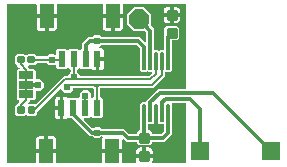
<source format=gbr>
G04 EAGLE Gerber RS-274X export*
G75*
%MOMM*%
%FSLAX34Y34*%
%LPD*%
%AMOC8*
5,1,8,0,0,1.08239X$1,22.5*%
G01*
%ADD10C,0.222250*%
%ADD11R,0.600000X1.350000*%
%ADD12R,1.200000X2.000000*%
%ADD13R,1.270000X0.635000*%
%ADD14C,0.203200*%
%ADD15C,0.317500*%
%ADD16C,0.150000*%
%ADD17P,1.814519X8X112.500000*%
%ADD18R,1.500000X1.500000*%
%ADD19C,0.609600*%
%ADD20C,0.304800*%

G36*
X83033Y5223D02*
X83033Y5223D01*
X83135Y5231D01*
X83163Y5243D01*
X83194Y5248D01*
X83286Y5292D01*
X83382Y5330D01*
X83405Y5350D01*
X83433Y5363D01*
X83508Y5433D01*
X83588Y5498D01*
X83605Y5524D01*
X83627Y5545D01*
X83678Y5634D01*
X83735Y5719D01*
X83741Y5743D01*
X83759Y5775D01*
X83817Y6035D01*
X83814Y6073D01*
X83819Y6096D01*
X83819Y13473D01*
X91471Y13473D01*
X91572Y13488D01*
X91675Y13497D01*
X91703Y13508D01*
X91734Y13513D01*
X91826Y13557D01*
X91921Y13596D01*
X91945Y13615D01*
X91973Y13628D01*
X92048Y13698D01*
X92128Y13763D01*
X92145Y13789D01*
X92167Y13810D01*
X92218Y13899D01*
X92275Y13984D01*
X92280Y14008D01*
X92299Y14040D01*
X92357Y14300D01*
X92354Y14338D01*
X92359Y14361D01*
X92359Y15251D01*
X92361Y15251D01*
X92361Y14361D01*
X92376Y14260D01*
X92385Y14157D01*
X92396Y14129D01*
X92401Y14098D01*
X92445Y14006D01*
X92484Y13911D01*
X92503Y13887D01*
X92516Y13859D01*
X92586Y13784D01*
X92651Y13704D01*
X92677Y13687D01*
X92698Y13665D01*
X92787Y13614D01*
X92872Y13557D01*
X92896Y13551D01*
X92929Y13533D01*
X93188Y13475D01*
X93226Y13478D01*
X93249Y13473D01*
X100901Y13473D01*
X100901Y6096D01*
X100916Y5994D01*
X100924Y5892D01*
X100936Y5864D01*
X100941Y5833D01*
X100985Y5741D01*
X101023Y5645D01*
X101043Y5622D01*
X101056Y5594D01*
X101126Y5519D01*
X101191Y5439D01*
X101217Y5422D01*
X101238Y5400D01*
X101327Y5349D01*
X101412Y5292D01*
X101436Y5286D01*
X101468Y5268D01*
X101728Y5210D01*
X101766Y5213D01*
X101789Y5208D01*
X138931Y5208D01*
X139033Y5223D01*
X139135Y5231D01*
X139163Y5243D01*
X139194Y5248D01*
X139286Y5292D01*
X139382Y5330D01*
X139405Y5350D01*
X139433Y5363D01*
X139508Y5433D01*
X139588Y5498D01*
X139605Y5524D01*
X139627Y5545D01*
X139678Y5634D01*
X139735Y5719D01*
X139741Y5743D01*
X139759Y5775D01*
X139817Y6035D01*
X139814Y6073D01*
X139819Y6096D01*
X139819Y13473D01*
X147471Y13473D01*
X147572Y13488D01*
X147675Y13497D01*
X147703Y13508D01*
X147734Y13513D01*
X147826Y13557D01*
X147921Y13596D01*
X147945Y13615D01*
X147973Y13628D01*
X148048Y13698D01*
X148128Y13763D01*
X148145Y13789D01*
X148167Y13810D01*
X148218Y13899D01*
X148275Y13984D01*
X148280Y14008D01*
X148299Y14040D01*
X148357Y14300D01*
X148354Y14338D01*
X148359Y14361D01*
X148359Y16139D01*
X148344Y16240D01*
X148335Y16343D01*
X148324Y16371D01*
X148319Y16402D01*
X148275Y16494D01*
X148236Y16589D01*
X148217Y16613D01*
X148204Y16641D01*
X148134Y16716D01*
X148069Y16796D01*
X148043Y16813D01*
X148022Y16835D01*
X147933Y16886D01*
X147848Y16943D01*
X147824Y16948D01*
X147791Y16967D01*
X147532Y17025D01*
X147494Y17022D01*
X147471Y17027D01*
X139819Y17027D01*
X139819Y25585D01*
X139992Y26231D01*
X140063Y26353D01*
X140088Y26417D01*
X140122Y26476D01*
X140136Y26540D01*
X140160Y26600D01*
X140165Y26669D01*
X140180Y26736D01*
X140175Y26801D01*
X140179Y26865D01*
X140164Y26932D01*
X140158Y27001D01*
X140134Y27061D01*
X140119Y27124D01*
X140085Y27184D01*
X140059Y27248D01*
X140018Y27298D01*
X139986Y27354D01*
X139935Y27401D01*
X139892Y27454D01*
X139838Y27490D01*
X139790Y27534D01*
X139728Y27563D01*
X139671Y27601D01*
X139626Y27611D01*
X139550Y27648D01*
X139502Y27654D01*
X139496Y27657D01*
X139455Y27661D01*
X139307Y27682D01*
X139294Y27685D01*
X139273Y27685D01*
X139253Y27682D01*
X139232Y27684D01*
X139121Y27662D01*
X139010Y27645D01*
X138992Y27636D01*
X138971Y27632D01*
X138932Y27608D01*
X138771Y27530D01*
X138689Y27453D01*
X138645Y27425D01*
X137381Y26161D01*
X133383Y26161D01*
X132119Y27425D01*
X132102Y27438D01*
X132089Y27454D01*
X131995Y27516D01*
X131905Y27583D01*
X131885Y27590D01*
X131868Y27601D01*
X131823Y27611D01*
X131654Y27670D01*
X131541Y27674D01*
X131491Y27685D01*
X129696Y27685D01*
X114170Y43211D01*
X114153Y43224D01*
X114140Y43240D01*
X114046Y43302D01*
X113956Y43369D01*
X113936Y43376D01*
X113919Y43387D01*
X113874Y43397D01*
X113705Y43456D01*
X113592Y43460D01*
X113542Y43471D01*
X111623Y43471D01*
X111527Y43568D01*
X111444Y43629D01*
X111366Y43695D01*
X111338Y43707D01*
X111313Y43725D01*
X111216Y43759D01*
X111122Y43799D01*
X111091Y43803D01*
X111062Y43813D01*
X110959Y43816D01*
X110857Y43827D01*
X110827Y43821D01*
X110796Y43822D01*
X110697Y43795D01*
X110596Y43775D01*
X110576Y43762D01*
X110540Y43752D01*
X110315Y43609D01*
X110291Y43580D01*
X110271Y43568D01*
X109920Y43217D01*
X109341Y42882D01*
X108695Y42709D01*
X106859Y42709D01*
X106859Y51389D01*
X106844Y51490D01*
X106836Y51593D01*
X106824Y51621D01*
X106819Y51652D01*
X106775Y51744D01*
X106737Y51839D01*
X106717Y51863D01*
X106704Y51891D01*
X106634Y51966D01*
X106608Y51997D01*
X106628Y52013D01*
X106645Y52039D01*
X106667Y52060D01*
X106718Y52149D01*
X106775Y52234D01*
X106781Y52258D01*
X106799Y52291D01*
X106857Y52550D01*
X106854Y52588D01*
X106859Y52611D01*
X106859Y61291D01*
X108695Y61291D01*
X109341Y61118D01*
X109920Y60783D01*
X110271Y60432D01*
X110353Y60372D01*
X110432Y60305D01*
X110460Y60293D01*
X110485Y60275D01*
X110581Y60241D01*
X110676Y60201D01*
X110707Y60197D01*
X110736Y60187D01*
X110838Y60184D01*
X110940Y60173D01*
X110971Y60179D01*
X111001Y60178D01*
X111100Y60205D01*
X111201Y60225D01*
X111221Y60238D01*
X111258Y60248D01*
X111482Y60391D01*
X111507Y60420D01*
X111527Y60432D01*
X111623Y60529D01*
X119097Y60529D01*
X119133Y60493D01*
X119174Y60462D01*
X119210Y60424D01*
X119281Y60383D01*
X119347Y60335D01*
X119396Y60318D01*
X119440Y60292D01*
X119520Y60274D01*
X119598Y60247D01*
X119650Y60246D01*
X119700Y60234D01*
X119782Y60241D01*
X119864Y60238D01*
X119913Y60252D01*
X119965Y60256D01*
X120041Y60287D01*
X120120Y60308D01*
X120164Y60336D01*
X120212Y60355D01*
X120275Y60407D01*
X120344Y60451D01*
X120378Y60490D01*
X120418Y60523D01*
X120463Y60591D01*
X120516Y60653D01*
X120537Y60701D01*
X120565Y60744D01*
X120577Y60794D01*
X120621Y60898D01*
X120638Y61067D01*
X120647Y61106D01*
X120647Y61110D01*
X120649Y61121D01*
X120649Y63975D01*
X123477Y66803D01*
X127475Y66803D01*
X130303Y63975D01*
X130303Y61353D01*
X130310Y61302D01*
X130309Y61250D01*
X130330Y61171D01*
X130343Y61090D01*
X130365Y61043D01*
X130379Y60993D01*
X130423Y60924D01*
X130458Y60851D01*
X130494Y60813D01*
X130521Y60769D01*
X130584Y60716D01*
X130640Y60656D01*
X130685Y60630D01*
X130724Y60597D01*
X130799Y60565D01*
X130870Y60524D01*
X130921Y60513D01*
X130968Y60493D01*
X131050Y60484D01*
X131130Y60466D01*
X131181Y60471D01*
X131233Y60465D01*
X131313Y60481D01*
X131395Y60488D01*
X131443Y60507D01*
X131494Y60518D01*
X131511Y60529D01*
X131677Y60529D01*
X131779Y60544D01*
X131881Y60552D01*
X131909Y60564D01*
X131940Y60569D01*
X132032Y60613D01*
X132128Y60651D01*
X132151Y60671D01*
X132179Y60684D01*
X132254Y60754D01*
X132334Y60819D01*
X132351Y60845D01*
X132373Y60866D01*
X132424Y60955D01*
X132481Y61040D01*
X132487Y61064D01*
X132505Y61096D01*
X132563Y61356D01*
X132560Y61394D01*
X132565Y61417D01*
X132565Y67945D01*
X132550Y68047D01*
X132542Y68149D01*
X132530Y68177D01*
X132525Y68208D01*
X132481Y68300D01*
X132443Y68396D01*
X132423Y68419D01*
X132410Y68447D01*
X132340Y68522D01*
X132275Y68602D01*
X132249Y68619D01*
X132228Y68641D01*
X132139Y68692D01*
X132054Y68749D01*
X132030Y68755D01*
X131998Y68773D01*
X131738Y68831D01*
X131700Y68828D01*
X131677Y68833D01*
X115951Y68833D01*
X115849Y68818D01*
X115747Y68810D01*
X115719Y68798D01*
X115688Y68793D01*
X115596Y68749D01*
X115500Y68711D01*
X115477Y68691D01*
X115449Y68678D01*
X115374Y68608D01*
X115294Y68543D01*
X115277Y68517D01*
X115255Y68496D01*
X115204Y68407D01*
X115147Y68322D01*
X115141Y68298D01*
X115123Y68266D01*
X115065Y68006D01*
X115068Y67968D01*
X115063Y67945D01*
X115063Y67343D01*
X112235Y64515D01*
X108237Y64515D01*
X105236Y67516D01*
X105154Y67577D01*
X105075Y67643D01*
X105047Y67655D01*
X105022Y67673D01*
X104925Y67707D01*
X104831Y67748D01*
X104800Y67751D01*
X104771Y67761D01*
X104669Y67764D01*
X104567Y67775D01*
X104536Y67769D01*
X104506Y67770D01*
X104407Y67743D01*
X104306Y67723D01*
X104286Y67710D01*
X104249Y67700D01*
X104025Y67557D01*
X104000Y67529D01*
X103980Y67516D01*
X85159Y48695D01*
X85146Y48678D01*
X85130Y48664D01*
X85068Y48571D01*
X85001Y48481D01*
X84994Y48461D01*
X84983Y48443D01*
X84973Y48399D01*
X84914Y48230D01*
X84910Y48117D01*
X84899Y48066D01*
X84899Y46976D01*
X82927Y45004D01*
X76963Y45004D01*
X76128Y45839D01*
X76045Y45900D01*
X75967Y45967D01*
X75939Y45979D01*
X75914Y45997D01*
X75817Y46031D01*
X75723Y46071D01*
X75692Y46074D01*
X75663Y46084D01*
X75561Y46088D01*
X75458Y46099D01*
X75428Y46093D01*
X75397Y46094D01*
X75298Y46067D01*
X75198Y46046D01*
X75178Y46034D01*
X75141Y46024D01*
X74917Y45881D01*
X74892Y45852D01*
X74872Y45839D01*
X74037Y45004D01*
X68073Y45004D01*
X66101Y46976D01*
X66101Y52940D01*
X68000Y54839D01*
X68013Y54856D01*
X68029Y54869D01*
X68091Y54962D01*
X68158Y55053D01*
X68165Y55072D01*
X68176Y55090D01*
X68186Y55134D01*
X68245Y55304D01*
X68249Y55416D01*
X68260Y55467D01*
X68260Y55703D01*
X69378Y56820D01*
X69408Y56861D01*
X69446Y56897D01*
X69487Y56968D01*
X69535Y57034D01*
X69552Y57083D01*
X69578Y57127D01*
X69596Y57207D01*
X69623Y57285D01*
X69624Y57337D01*
X69636Y57387D01*
X69629Y57469D01*
X69632Y57551D01*
X69618Y57600D01*
X69614Y57652D01*
X69584Y57728D01*
X69562Y57807D01*
X69534Y57851D01*
X69515Y57899D01*
X69463Y57962D01*
X69419Y58031D01*
X69380Y58065D01*
X69347Y58105D01*
X69279Y58150D01*
X69217Y58203D01*
X69169Y58224D01*
X69126Y58252D01*
X69076Y58264D01*
X68972Y58308D01*
X68794Y58326D01*
X68750Y58336D01*
X68343Y58336D01*
X67301Y59378D01*
X67301Y83458D01*
X68343Y84500D01*
X69170Y84500D01*
X69220Y84507D01*
X69272Y84506D01*
X69351Y84527D01*
X69432Y84540D01*
X69479Y84562D01*
X69529Y84576D01*
X69598Y84620D01*
X69672Y84655D01*
X69709Y84690D01*
X69753Y84718D01*
X69806Y84781D01*
X69866Y84837D01*
X69892Y84881D01*
X69925Y84921D01*
X69957Y84996D01*
X69998Y85067D01*
X70009Y85118D01*
X70029Y85165D01*
X70038Y85247D01*
X70056Y85327D01*
X70051Y85378D01*
X70057Y85430D01*
X70041Y85510D01*
X70034Y85592D01*
X70015Y85640D01*
X70005Y85690D01*
X69977Y85734D01*
X69935Y85839D01*
X69822Y85978D01*
X69798Y86016D01*
X68108Y87705D01*
X68035Y87857D01*
X67958Y87940D01*
X67930Y87983D01*
X66031Y89882D01*
X66031Y95846D01*
X68003Y97818D01*
X73967Y97818D01*
X74802Y96983D01*
X74885Y96922D01*
X74963Y96855D01*
X74991Y96843D01*
X75016Y96825D01*
X75113Y96791D01*
X75207Y96751D01*
X75238Y96748D01*
X75267Y96738D01*
X75370Y96734D01*
X75472Y96723D01*
X75502Y96729D01*
X75533Y96728D01*
X75632Y96755D01*
X75732Y96776D01*
X75753Y96788D01*
X75789Y96798D01*
X76013Y96941D01*
X76038Y96970D01*
X76058Y96983D01*
X76893Y97818D01*
X82857Y97818D01*
X84950Y95725D01*
X84967Y95712D01*
X84980Y95696D01*
X85073Y95634D01*
X85164Y95567D01*
X85183Y95560D01*
X85201Y95549D01*
X85245Y95539D01*
X85415Y95480D01*
X85527Y95476D01*
X85578Y95465D01*
X92645Y95465D01*
X92665Y95468D01*
X92686Y95466D01*
X92797Y95488D01*
X92908Y95505D01*
X92926Y95514D01*
X92947Y95518D01*
X92986Y95542D01*
X93147Y95620D01*
X93229Y95697D01*
X93273Y95725D01*
X95045Y97497D01*
X99043Y97497D01*
X99525Y97015D01*
X99566Y96985D01*
X99602Y96947D01*
X99673Y96906D01*
X99739Y96857D01*
X99788Y96840D01*
X99832Y96815D01*
X99912Y96797D01*
X99990Y96770D01*
X100042Y96768D01*
X100092Y96757D01*
X100174Y96764D01*
X100256Y96761D01*
X100305Y96774D01*
X100357Y96779D01*
X100433Y96809D01*
X100512Y96831D01*
X100556Y96858D01*
X100604Y96878D01*
X100667Y96929D01*
X100736Y96973D01*
X100770Y97013D01*
X100810Y97045D01*
X100855Y97114D01*
X100908Y97176D01*
X100929Y97223D01*
X100957Y97266D01*
X100969Y97317D01*
X101013Y97420D01*
X101031Y97599D01*
X101041Y97643D01*
X101041Y100587D01*
X102083Y101629D01*
X109557Y101629D01*
X110192Y100994D01*
X110274Y100933D01*
X110353Y100866D01*
X110381Y100854D01*
X110406Y100836D01*
X110503Y100802D01*
X110597Y100762D01*
X110628Y100759D01*
X110657Y100749D01*
X110759Y100745D01*
X110862Y100734D01*
X110892Y100740D01*
X110923Y100739D01*
X111022Y100766D01*
X111122Y100786D01*
X111142Y100799D01*
X111179Y100809D01*
X111403Y100952D01*
X111428Y100981D01*
X111448Y100994D01*
X112083Y101629D01*
X119557Y101629D01*
X120192Y100994D01*
X120275Y100933D01*
X120353Y100866D01*
X120381Y100854D01*
X120406Y100836D01*
X120503Y100802D01*
X120597Y100762D01*
X120628Y100759D01*
X120657Y100749D01*
X120760Y100745D01*
X120862Y100734D01*
X120892Y100740D01*
X120923Y100739D01*
X121022Y100766D01*
X121122Y100786D01*
X121143Y100799D01*
X121179Y100809D01*
X121403Y100952D01*
X121428Y100981D01*
X121448Y100994D01*
X122257Y101803D01*
X122270Y101819D01*
X122286Y101833D01*
X122348Y101927D01*
X122415Y102017D01*
X122422Y102036D01*
X122433Y102054D01*
X122443Y102099D01*
X122502Y102268D01*
X122506Y102380D01*
X122517Y102431D01*
X122517Y106188D01*
X126275Y109946D01*
X128470Y112141D01*
X131839Y112141D01*
X131859Y112144D01*
X131880Y112142D01*
X131991Y112164D01*
X132102Y112181D01*
X132120Y112190D01*
X132141Y112194D01*
X132180Y112218D01*
X132341Y112296D01*
X132423Y112373D01*
X132467Y112401D01*
X133731Y113665D01*
X137729Y113665D01*
X138993Y112401D01*
X139010Y112388D01*
X139023Y112372D01*
X139117Y112310D01*
X139207Y112243D01*
X139227Y112236D01*
X139244Y112225D01*
X139289Y112215D01*
X139458Y112156D01*
X139571Y112152D01*
X139621Y112141D01*
X171676Y112141D01*
X173871Y109946D01*
X175737Y108080D01*
X175778Y108049D01*
X175814Y108011D01*
X175885Y107971D01*
X175951Y107922D01*
X176000Y107905D01*
X176044Y107880D01*
X176124Y107862D01*
X176202Y107835D01*
X176254Y107833D01*
X176304Y107822D01*
X176386Y107828D01*
X176468Y107826D01*
X176517Y107839D01*
X176569Y107843D01*
X176645Y107874D01*
X176724Y107895D01*
X176768Y107923D01*
X176816Y107942D01*
X176879Y107994D01*
X176948Y108038D01*
X176982Y108077D01*
X177022Y108110D01*
X177067Y108178D01*
X177120Y108241D01*
X177141Y108288D01*
X177169Y108331D01*
X177181Y108381D01*
X177225Y108485D01*
X177243Y108663D01*
X177253Y108708D01*
X177253Y115650D01*
X177250Y115671D01*
X177252Y115692D01*
X177230Y115802D01*
X177213Y115913D01*
X177204Y115932D01*
X177200Y115952D01*
X177176Y115991D01*
X177098Y116152D01*
X177021Y116235D01*
X176993Y116278D01*
X176419Y116852D01*
X176337Y116913D01*
X176258Y116979D01*
X176230Y116991D01*
X176205Y117010D01*
X176108Y117043D01*
X176014Y117084D01*
X175984Y117087D01*
X175954Y117097D01*
X175852Y117100D01*
X175750Y117111D01*
X175719Y117105D01*
X175689Y117106D01*
X175590Y117079D01*
X175489Y117059D01*
X175469Y117046D01*
X175432Y117036D01*
X175208Y116894D01*
X175183Y116865D01*
X175163Y116852D01*
X175151Y116839D01*
X166733Y116839D01*
X160781Y122791D01*
X160781Y131209D01*
X166733Y137161D01*
X175151Y137161D01*
X181103Y131209D01*
X181103Y122791D01*
X181090Y122779D01*
X181029Y122696D01*
X180963Y122618D01*
X180951Y122590D01*
X180932Y122565D01*
X180899Y122468D01*
X180858Y122373D01*
X180855Y122343D01*
X180845Y122314D01*
X180842Y122211D01*
X180831Y122109D01*
X180837Y122079D01*
X180836Y122048D01*
X180863Y121949D01*
X180883Y121848D01*
X180896Y121828D01*
X180906Y121792D01*
X181048Y121567D01*
X181077Y121543D01*
X181090Y121523D01*
X181664Y120949D01*
X183859Y118754D01*
X183859Y101557D01*
X183874Y101455D01*
X183882Y101353D01*
X183894Y101325D01*
X183899Y101294D01*
X183943Y101202D01*
X183981Y101106D01*
X184001Y101083D01*
X184014Y101055D01*
X184084Y100980D01*
X184149Y100900D01*
X184175Y100883D01*
X184196Y100861D01*
X184285Y100810D01*
X184370Y100753D01*
X184394Y100747D01*
X184426Y100729D01*
X184686Y100671D01*
X184724Y100674D01*
X184747Y100669D01*
X187353Y100669D01*
X187428Y100594D01*
X187511Y100533D01*
X187589Y100467D01*
X187617Y100455D01*
X187642Y100437D01*
X187739Y100403D01*
X187833Y100362D01*
X187864Y100359D01*
X187893Y100349D01*
X187996Y100346D01*
X188098Y100335D01*
X188128Y100341D01*
X188159Y100340D01*
X188258Y100367D01*
X188358Y100387D01*
X188378Y100400D01*
X188415Y100410D01*
X188639Y100553D01*
X188664Y100581D01*
X188684Y100594D01*
X188759Y100669D01*
X191365Y100669D01*
X191467Y100684D01*
X191569Y100692D01*
X191597Y100704D01*
X191628Y100709D01*
X191720Y100753D01*
X191816Y100791D01*
X191839Y100811D01*
X191867Y100824D01*
X191942Y100894D01*
X192022Y100959D01*
X192039Y100985D01*
X192061Y101006D01*
X192112Y101095D01*
X192169Y101180D01*
X192175Y101204D01*
X192193Y101236D01*
X192251Y101496D01*
X192248Y101534D01*
X192253Y101557D01*
X192253Y113548D01*
X192256Y113551D01*
X192269Y113568D01*
X192285Y113581D01*
X192347Y113675D01*
X192414Y113765D01*
X192421Y113785D01*
X192432Y113802D01*
X192442Y113847D01*
X192501Y114016D01*
X192505Y114129D01*
X192516Y114179D01*
X192516Y119895D01*
X194209Y121588D01*
X203271Y121588D01*
X204964Y119895D01*
X204964Y110833D01*
X203271Y109140D01*
X199747Y109140D01*
X199645Y109125D01*
X199543Y109117D01*
X199515Y109105D01*
X199484Y109100D01*
X199392Y109056D01*
X199296Y109018D01*
X199273Y108998D01*
X199245Y108985D01*
X199170Y108915D01*
X199090Y108850D01*
X199073Y108824D01*
X199051Y108803D01*
X199000Y108714D01*
X198943Y108629D01*
X198937Y108605D01*
X198919Y108573D01*
X198861Y108313D01*
X198861Y108308D01*
X198861Y108306D01*
X198863Y108273D01*
X198859Y108252D01*
X198859Y90069D01*
X198850Y90043D01*
X198846Y89930D01*
X198835Y89880D01*
X198835Y84093D01*
X197353Y82611D01*
X194239Y82611D01*
X194137Y82596D01*
X194035Y82588D01*
X194007Y82576D01*
X193976Y82571D01*
X193884Y82527D01*
X193788Y82489D01*
X193765Y82469D01*
X193737Y82456D01*
X193662Y82386D01*
X193582Y82321D01*
X193565Y82295D01*
X193543Y82274D01*
X193492Y82185D01*
X193435Y82100D01*
X193429Y82076D01*
X193411Y82044D01*
X193353Y81784D01*
X193356Y81746D01*
X193351Y81723D01*
X193351Y78654D01*
X183530Y68833D01*
X139043Y68833D01*
X138941Y68818D01*
X138839Y68810D01*
X138811Y68798D01*
X138780Y68793D01*
X138688Y68749D01*
X138592Y68711D01*
X138569Y68691D01*
X138541Y68678D01*
X138466Y68608D01*
X138386Y68543D01*
X138369Y68517D01*
X138347Y68496D01*
X138296Y68407D01*
X138239Y68322D01*
X138233Y68298D01*
X138215Y68266D01*
X138157Y68006D01*
X138160Y67968D01*
X138155Y67945D01*
X138155Y61417D01*
X138170Y61315D01*
X138178Y61213D01*
X138190Y61185D01*
X138195Y61154D01*
X138239Y61062D01*
X138277Y60966D01*
X138297Y60943D01*
X138310Y60915D01*
X138380Y60840D01*
X138445Y60760D01*
X138471Y60743D01*
X138492Y60721D01*
X138581Y60670D01*
X138666Y60613D01*
X138690Y60607D01*
X138722Y60589D01*
X138982Y60531D01*
X139020Y60534D01*
X139043Y60529D01*
X139097Y60529D01*
X140139Y59487D01*
X140139Y44513D01*
X139097Y43471D01*
X131623Y43471D01*
X130988Y44106D01*
X130905Y44167D01*
X130827Y44234D01*
X130799Y44246D01*
X130774Y44264D01*
X130677Y44298D01*
X130583Y44338D01*
X130552Y44341D01*
X130523Y44351D01*
X130420Y44355D01*
X130318Y44366D01*
X130288Y44360D01*
X130257Y44361D01*
X130158Y44334D01*
X130058Y44314D01*
X130037Y44301D01*
X130001Y44291D01*
X129777Y44148D01*
X129752Y44119D01*
X129732Y44106D01*
X129097Y43471D01*
X125396Y43471D01*
X125345Y43464D01*
X125293Y43465D01*
X125214Y43444D01*
X125133Y43431D01*
X125087Y43409D01*
X125037Y43395D01*
X124968Y43351D01*
X124894Y43316D01*
X124856Y43281D01*
X124813Y43253D01*
X124759Y43190D01*
X124699Y43134D01*
X124674Y43090D01*
X124640Y43050D01*
X124608Y42975D01*
X124568Y42904D01*
X124556Y42853D01*
X124536Y42806D01*
X124528Y42724D01*
X124510Y42644D01*
X124514Y42593D01*
X124509Y42541D01*
X124525Y42461D01*
X124531Y42379D01*
X124551Y42331D01*
X124561Y42281D01*
X124588Y42237D01*
X124630Y42132D01*
X124743Y41993D01*
X124768Y41955D01*
X131517Y35205D01*
X131600Y35145D01*
X131678Y35078D01*
X131706Y35066D01*
X131731Y35048D01*
X131828Y35014D01*
X131923Y34974D01*
X131953Y34971D01*
X131982Y34960D01*
X132085Y34957D01*
X132187Y34946D01*
X132217Y34952D01*
X132248Y34951D01*
X132347Y34978D01*
X132448Y34998D01*
X132468Y35011D01*
X132504Y35021D01*
X132729Y35164D01*
X132753Y35193D01*
X132773Y35205D01*
X133383Y35815D01*
X137381Y35815D01*
X138645Y34551D01*
X138662Y34538D01*
X138675Y34522D01*
X138769Y34460D01*
X138859Y34393D01*
X138879Y34386D01*
X138896Y34375D01*
X138941Y34365D01*
X139110Y34306D01*
X139223Y34302D01*
X139273Y34291D01*
X158594Y34291D01*
X162722Y30163D01*
X162739Y30150D01*
X162752Y30134D01*
X162846Y30072D01*
X162936Y30005D01*
X162956Y29998D01*
X162973Y29987D01*
X163018Y29977D01*
X163187Y29918D01*
X163300Y29914D01*
X163350Y29903D01*
X168454Y29903D01*
X168556Y29918D01*
X168658Y29926D01*
X168686Y29938D01*
X168717Y29943D01*
X168809Y29987D01*
X168905Y30025D01*
X168928Y30045D01*
X168956Y30058D01*
X169031Y30128D01*
X169111Y30193D01*
X169128Y30219D01*
X169150Y30240D01*
X169201Y30329D01*
X169258Y30414D01*
X169264Y30438D01*
X169282Y30470D01*
X169340Y30730D01*
X169337Y30768D01*
X169342Y30791D01*
X169342Y31131D01*
X171035Y32824D01*
X171375Y32824D01*
X171477Y32839D01*
X171579Y32847D01*
X171607Y32859D01*
X171638Y32864D01*
X171730Y32908D01*
X171826Y32946D01*
X171849Y32966D01*
X171877Y32979D01*
X171952Y33049D01*
X172032Y33114D01*
X172049Y33140D01*
X172071Y33161D01*
X172122Y33250D01*
X172179Y33335D01*
X172185Y33359D01*
X172203Y33391D01*
X172261Y33651D01*
X172258Y33689D01*
X172263Y33712D01*
X172263Y45894D01*
X172260Y45915D01*
X172262Y45936D01*
X172253Y45981D01*
X172253Y49211D01*
X172262Y49237D01*
X172266Y49350D01*
X172277Y49400D01*
X172277Y55187D01*
X173759Y56669D01*
X176365Y56669D01*
X176467Y56684D01*
X176569Y56692D01*
X176597Y56704D01*
X176628Y56709D01*
X176720Y56753D01*
X176816Y56791D01*
X176839Y56811D01*
X176867Y56824D01*
X176942Y56894D01*
X177022Y56959D01*
X177039Y56985D01*
X177061Y57006D01*
X177112Y57095D01*
X177169Y57180D01*
X177175Y57204D01*
X177193Y57236D01*
X177251Y57496D01*
X177248Y57534D01*
X177253Y57557D01*
X177253Y57972D01*
X187100Y67819D01*
X210000Y67819D01*
X210102Y67834D01*
X210204Y67842D01*
X210232Y67854D01*
X210263Y67859D01*
X210355Y67903D01*
X210451Y67941D01*
X210474Y67961D01*
X210502Y67974D01*
X210577Y68044D01*
X210657Y68109D01*
X210674Y68135D01*
X210696Y68156D01*
X210747Y68245D01*
X210804Y68330D01*
X210810Y68354D01*
X210828Y68386D01*
X210886Y68646D01*
X210883Y68684D01*
X210888Y68707D01*
X210888Y139004D01*
X210873Y139106D01*
X210865Y139208D01*
X210853Y139236D01*
X210848Y139267D01*
X210804Y139359D01*
X210766Y139455D01*
X210746Y139478D01*
X210733Y139506D01*
X210663Y139581D01*
X210598Y139661D01*
X210572Y139678D01*
X210551Y139700D01*
X210462Y139751D01*
X210377Y139808D01*
X210353Y139814D01*
X210321Y139832D01*
X210061Y139890D01*
X210023Y139887D01*
X210000Y139892D01*
X158249Y139892D01*
X158147Y139877D01*
X158045Y139869D01*
X158017Y139857D01*
X157986Y139852D01*
X157894Y139808D01*
X157798Y139770D01*
X157775Y139750D01*
X157747Y139737D01*
X157672Y139667D01*
X157592Y139602D01*
X157575Y139576D01*
X157553Y139555D01*
X157502Y139466D01*
X157445Y139381D01*
X157439Y139357D01*
X157421Y139325D01*
X157363Y139065D01*
X157366Y139027D01*
X157361Y139004D01*
X157361Y131627D01*
X149709Y131627D01*
X149608Y131612D01*
X149505Y131603D01*
X149477Y131592D01*
X149446Y131587D01*
X149354Y131543D01*
X149259Y131504D01*
X149235Y131485D01*
X149207Y131472D01*
X149132Y131402D01*
X149052Y131337D01*
X149035Y131311D01*
X149013Y131290D01*
X148962Y131201D01*
X148905Y131116D01*
X148900Y131092D01*
X148881Y131059D01*
X148823Y130800D01*
X148826Y130762D01*
X148821Y130739D01*
X148821Y129849D01*
X148819Y129849D01*
X148819Y130739D01*
X148804Y130840D01*
X148795Y130943D01*
X148784Y130971D01*
X148779Y131002D01*
X148735Y131094D01*
X148696Y131189D01*
X148677Y131213D01*
X148664Y131241D01*
X148594Y131316D01*
X148529Y131396D01*
X148503Y131413D01*
X148482Y131435D01*
X148393Y131486D01*
X148308Y131543D01*
X148284Y131548D01*
X148251Y131567D01*
X147992Y131625D01*
X147954Y131622D01*
X147931Y131627D01*
X140279Y131627D01*
X140279Y139004D01*
X140264Y139106D01*
X140256Y139208D01*
X140244Y139236D01*
X140239Y139267D01*
X140195Y139359D01*
X140157Y139455D01*
X140137Y139478D01*
X140124Y139506D01*
X140054Y139581D01*
X139989Y139661D01*
X139963Y139678D01*
X139942Y139700D01*
X139853Y139751D01*
X139768Y139808D01*
X139744Y139814D01*
X139712Y139832D01*
X139452Y139890D01*
X139414Y139887D01*
X139391Y139892D01*
X102249Y139892D01*
X102147Y139877D01*
X102045Y139869D01*
X102017Y139857D01*
X101986Y139852D01*
X101894Y139808D01*
X101798Y139770D01*
X101775Y139750D01*
X101747Y139737D01*
X101672Y139667D01*
X101592Y139602D01*
X101575Y139576D01*
X101553Y139555D01*
X101502Y139466D01*
X101445Y139381D01*
X101439Y139357D01*
X101421Y139325D01*
X101363Y139065D01*
X101366Y139027D01*
X101361Y139004D01*
X101361Y131627D01*
X93709Y131627D01*
X93608Y131612D01*
X93505Y131603D01*
X93477Y131592D01*
X93446Y131587D01*
X93354Y131543D01*
X93259Y131504D01*
X93235Y131485D01*
X93207Y131472D01*
X93132Y131402D01*
X93052Y131337D01*
X93035Y131311D01*
X93013Y131290D01*
X92962Y131201D01*
X92905Y131116D01*
X92900Y131092D01*
X92881Y131059D01*
X92823Y130800D01*
X92826Y130762D01*
X92821Y130739D01*
X92821Y129849D01*
X92819Y129849D01*
X92819Y130739D01*
X92804Y130840D01*
X92795Y130943D01*
X92784Y130971D01*
X92779Y131002D01*
X92735Y131094D01*
X92696Y131189D01*
X92677Y131213D01*
X92664Y131241D01*
X92594Y131316D01*
X92529Y131396D01*
X92503Y131413D01*
X92482Y131435D01*
X92393Y131486D01*
X92308Y131543D01*
X92284Y131548D01*
X92251Y131567D01*
X91992Y131625D01*
X91954Y131622D01*
X91931Y131627D01*
X84279Y131627D01*
X84279Y139004D01*
X84264Y139106D01*
X84256Y139208D01*
X84244Y139236D01*
X84239Y139267D01*
X84195Y139359D01*
X84157Y139455D01*
X84137Y139478D01*
X84124Y139506D01*
X84054Y139581D01*
X83989Y139661D01*
X83963Y139678D01*
X83942Y139700D01*
X83853Y139751D01*
X83768Y139808D01*
X83744Y139814D01*
X83712Y139832D01*
X83452Y139890D01*
X83414Y139887D01*
X83391Y139892D01*
X60000Y139892D01*
X59898Y139877D01*
X59796Y139869D01*
X59768Y139857D01*
X59737Y139852D01*
X59645Y139808D01*
X59549Y139770D01*
X59526Y139750D01*
X59498Y139737D01*
X59423Y139667D01*
X59343Y139602D01*
X59326Y139576D01*
X59304Y139555D01*
X59253Y139466D01*
X59196Y139381D01*
X59190Y139357D01*
X59172Y139325D01*
X59114Y139065D01*
X59117Y139027D01*
X59112Y139004D01*
X59112Y6096D01*
X59127Y5994D01*
X59135Y5892D01*
X59147Y5864D01*
X59152Y5833D01*
X59196Y5741D01*
X59234Y5645D01*
X59254Y5622D01*
X59267Y5594D01*
X59337Y5519D01*
X59402Y5439D01*
X59428Y5422D01*
X59449Y5400D01*
X59538Y5349D01*
X59623Y5292D01*
X59647Y5286D01*
X59679Y5268D01*
X59939Y5210D01*
X59977Y5213D01*
X60000Y5208D01*
X82931Y5208D01*
X83033Y5223D01*
G37*
G36*
X168172Y5218D02*
X168172Y5218D01*
X168241Y5218D01*
X168303Y5238D01*
X168367Y5248D01*
X168429Y5277D01*
X168494Y5298D01*
X168548Y5335D01*
X168606Y5363D01*
X168656Y5410D01*
X168713Y5449D01*
X168753Y5500D01*
X168801Y5545D01*
X168835Y5604D01*
X168877Y5658D01*
X168900Y5719D01*
X168932Y5775D01*
X168947Y5842D01*
X168972Y5907D01*
X168976Y5972D01*
X168990Y6035D01*
X168985Y6103D01*
X168989Y6172D01*
X168976Y6215D01*
X168969Y6300D01*
X168877Y6527D01*
X168873Y6540D01*
X168829Y6617D01*
X168580Y7545D01*
X168580Y9583D01*
X174677Y9583D01*
X174778Y9598D01*
X174881Y9607D01*
X174909Y9618D01*
X174940Y9623D01*
X175032Y9667D01*
X175127Y9706D01*
X175151Y9725D01*
X175179Y9738D01*
X175254Y9808D01*
X175334Y9873D01*
X175351Y9899D01*
X175373Y9920D01*
X175424Y10009D01*
X175481Y10094D01*
X175486Y10118D01*
X175505Y10150D01*
X175563Y10410D01*
X175560Y10448D01*
X175565Y10471D01*
X175565Y11361D01*
X175567Y11361D01*
X175567Y10471D01*
X175582Y10370D01*
X175591Y10267D01*
X175602Y10239D01*
X175607Y10208D01*
X175651Y10116D01*
X175690Y10021D01*
X175709Y9997D01*
X175722Y9969D01*
X175792Y9894D01*
X175857Y9814D01*
X175883Y9797D01*
X175904Y9775D01*
X175993Y9724D01*
X176078Y9667D01*
X176102Y9661D01*
X176135Y9643D01*
X176394Y9585D01*
X176432Y9588D01*
X176455Y9583D01*
X182552Y9583D01*
X182552Y7545D01*
X182303Y6617D01*
X182259Y6540D01*
X182234Y6476D01*
X182200Y6417D01*
X182185Y6353D01*
X182162Y6293D01*
X182157Y6224D01*
X182142Y6157D01*
X182147Y6092D01*
X182142Y6028D01*
X182158Y5960D01*
X182163Y5892D01*
X182188Y5832D01*
X182202Y5769D01*
X182237Y5709D01*
X182262Y5645D01*
X182303Y5595D01*
X182336Y5539D01*
X182387Y5493D01*
X182430Y5439D01*
X182484Y5403D01*
X182532Y5359D01*
X182594Y5330D01*
X182651Y5292D01*
X182695Y5282D01*
X182772Y5245D01*
X183014Y5211D01*
X183028Y5208D01*
X210000Y5208D01*
X210102Y5223D01*
X210204Y5231D01*
X210232Y5243D01*
X210263Y5248D01*
X210355Y5292D01*
X210451Y5330D01*
X210474Y5350D01*
X210502Y5363D01*
X210577Y5433D01*
X210657Y5498D01*
X210674Y5524D01*
X210696Y5545D01*
X210747Y5634D01*
X210804Y5719D01*
X210810Y5743D01*
X210828Y5775D01*
X210886Y6035D01*
X210883Y6073D01*
X210888Y6096D01*
X210888Y55499D01*
X210873Y55601D01*
X210865Y55703D01*
X210853Y55731D01*
X210848Y55762D01*
X210804Y55854D01*
X210766Y55950D01*
X210746Y55973D01*
X210733Y56001D01*
X210663Y56076D01*
X210598Y56156D01*
X210572Y56173D01*
X210551Y56195D01*
X210462Y56246D01*
X210377Y56303D01*
X210353Y56309D01*
X210321Y56327D01*
X210061Y56385D01*
X210023Y56382D01*
X210000Y56387D01*
X199723Y56387D01*
X199621Y56372D01*
X199519Y56364D01*
X199491Y56352D01*
X199460Y56347D01*
X199368Y56303D01*
X199272Y56265D01*
X199249Y56245D01*
X199221Y56232D01*
X199146Y56162D01*
X199066Y56097D01*
X199049Y56071D01*
X199027Y56050D01*
X198976Y55961D01*
X198919Y55876D01*
X198913Y55852D01*
X198895Y55820D01*
X198837Y55560D01*
X198840Y55522D01*
X198835Y55499D01*
X198835Y49400D01*
X198838Y49379D01*
X198836Y49358D01*
X198858Y49248D01*
X198859Y49241D01*
X198859Y29596D01*
X192560Y23297D01*
X182678Y23297D01*
X182576Y23282D01*
X182474Y23274D01*
X182446Y23262D01*
X182415Y23257D01*
X182323Y23213D01*
X182227Y23175D01*
X182204Y23155D01*
X182176Y23142D01*
X182101Y23072D01*
X182021Y23007D01*
X182004Y22981D01*
X181982Y22960D01*
X181931Y22871D01*
X181874Y22786D01*
X181868Y22762D01*
X181850Y22730D01*
X181792Y22470D01*
X181795Y22432D01*
X181790Y22409D01*
X181790Y22069D01*
X180097Y20376D01*
X171035Y20376D01*
X169342Y22069D01*
X169342Y22409D01*
X169327Y22511D01*
X169319Y22613D01*
X169307Y22641D01*
X169302Y22672D01*
X169258Y22764D01*
X169220Y22860D01*
X169200Y22883D01*
X169187Y22911D01*
X169117Y22986D01*
X169052Y23066D01*
X169026Y23083D01*
X169005Y23105D01*
X168916Y23156D01*
X168831Y23213D01*
X168807Y23219D01*
X168775Y23237D01*
X168515Y23295D01*
X168477Y23292D01*
X168454Y23297D01*
X160246Y23297D01*
X158417Y25126D01*
X158376Y25157D01*
X158340Y25195D01*
X158269Y25235D01*
X158203Y25284D01*
X158154Y25301D01*
X158110Y25326D01*
X158030Y25344D01*
X157952Y25371D01*
X157900Y25373D01*
X157850Y25384D01*
X157768Y25378D01*
X157686Y25380D01*
X157637Y25367D01*
X157585Y25363D01*
X157509Y25332D01*
X157430Y25311D01*
X157386Y25283D01*
X157338Y25264D01*
X157275Y25212D01*
X157206Y25168D01*
X157172Y25129D01*
X157132Y25096D01*
X157087Y25028D01*
X157034Y24965D01*
X157013Y24918D01*
X156985Y24875D01*
X156973Y24825D01*
X156929Y24721D01*
X156911Y24543D01*
X156901Y24498D01*
X156901Y17027D01*
X149249Y17027D01*
X149148Y17012D01*
X149045Y17003D01*
X149017Y16992D01*
X148986Y16987D01*
X148894Y16943D01*
X148799Y16904D01*
X148775Y16885D01*
X148747Y16872D01*
X148672Y16802D01*
X148592Y16737D01*
X148575Y16711D01*
X148553Y16690D01*
X148502Y16601D01*
X148445Y16516D01*
X148440Y16492D01*
X148421Y16459D01*
X148363Y16200D01*
X148366Y16162D01*
X148361Y16139D01*
X148361Y14361D01*
X148376Y14260D01*
X148385Y14157D01*
X148396Y14129D01*
X148401Y14098D01*
X148445Y14006D01*
X148484Y13911D01*
X148503Y13887D01*
X148516Y13859D01*
X148586Y13784D01*
X148651Y13704D01*
X148677Y13687D01*
X148698Y13665D01*
X148787Y13614D01*
X148872Y13557D01*
X148896Y13551D01*
X148929Y13533D01*
X149188Y13475D01*
X149226Y13478D01*
X149249Y13473D01*
X156901Y13473D01*
X156901Y6096D01*
X156916Y5994D01*
X156924Y5892D01*
X156936Y5864D01*
X156941Y5833D01*
X156985Y5741D01*
X157023Y5645D01*
X157043Y5622D01*
X157056Y5594D01*
X157126Y5519D01*
X157191Y5439D01*
X157217Y5422D01*
X157238Y5400D01*
X157327Y5349D01*
X157412Y5292D01*
X157436Y5286D01*
X157468Y5268D01*
X157728Y5210D01*
X157766Y5213D01*
X157789Y5208D01*
X168104Y5208D01*
X168172Y5218D01*
G37*
G36*
X179089Y78744D02*
X179089Y78744D01*
X179110Y78742D01*
X179220Y78764D01*
X179331Y78781D01*
X179350Y78790D01*
X179371Y78794D01*
X179409Y78818D01*
X179571Y78896D01*
X179653Y78973D01*
X179697Y79001D01*
X181791Y81095D01*
X181821Y81136D01*
X181859Y81172D01*
X181900Y81243D01*
X181948Y81309D01*
X181965Y81358D01*
X181991Y81402D01*
X182009Y81482D01*
X182036Y81560D01*
X182037Y81612D01*
X182049Y81662D01*
X182042Y81744D01*
X182045Y81826D01*
X182031Y81875D01*
X182027Y81927D01*
X181997Y82003D01*
X181975Y82082D01*
X181947Y82126D01*
X181928Y82174D01*
X181876Y82237D01*
X181832Y82306D01*
X181793Y82340D01*
X181760Y82380D01*
X181692Y82425D01*
X181630Y82478D01*
X181582Y82499D01*
X181539Y82527D01*
X181489Y82539D01*
X181385Y82583D01*
X181207Y82601D01*
X181163Y82611D01*
X178759Y82611D01*
X178684Y82686D01*
X178602Y82747D01*
X178523Y82813D01*
X178495Y82825D01*
X178470Y82843D01*
X178373Y82877D01*
X178279Y82918D01*
X178248Y82921D01*
X178219Y82931D01*
X178117Y82934D01*
X178014Y82945D01*
X177984Y82939D01*
X177953Y82940D01*
X177855Y82913D01*
X177754Y82893D01*
X177733Y82880D01*
X177697Y82870D01*
X177473Y82728D01*
X177448Y82699D01*
X177428Y82686D01*
X177353Y82611D01*
X173759Y82611D01*
X172277Y84093D01*
X172277Y89880D01*
X172274Y89901D01*
X172276Y89922D01*
X172254Y90032D01*
X172253Y90039D01*
X172253Y101854D01*
X172250Y101875D01*
X172252Y101896D01*
X172230Y102006D01*
X172213Y102117D01*
X172204Y102136D01*
X172200Y102156D01*
X172176Y102195D01*
X172098Y102356D01*
X172021Y102439D01*
X171993Y102482D01*
X169200Y105275D01*
X169183Y105288D01*
X169170Y105304D01*
X169076Y105366D01*
X168986Y105433D01*
X168966Y105440D01*
X168949Y105451D01*
X168904Y105461D01*
X168735Y105520D01*
X168622Y105524D01*
X168572Y105535D01*
X139621Y105535D01*
X139601Y105532D01*
X139580Y105534D01*
X139469Y105512D01*
X139358Y105495D01*
X139340Y105486D01*
X139319Y105482D01*
X139280Y105458D01*
X139119Y105380D01*
X139037Y105303D01*
X138993Y105275D01*
X137625Y103907D01*
X137594Y103866D01*
X137557Y103830D01*
X137516Y103759D01*
X137467Y103693D01*
X137450Y103644D01*
X137425Y103600D01*
X137407Y103520D01*
X137380Y103442D01*
X137378Y103390D01*
X137367Y103340D01*
X137374Y103258D01*
X137371Y103176D01*
X137384Y103127D01*
X137389Y103075D01*
X137419Y102999D01*
X137441Y102920D01*
X137468Y102876D01*
X137488Y102828D01*
X137539Y102765D01*
X137583Y102696D01*
X137623Y102662D01*
X137655Y102622D01*
X137724Y102577D01*
X137786Y102524D01*
X137833Y102503D01*
X137876Y102475D01*
X137927Y102463D01*
X138030Y102419D01*
X138209Y102401D01*
X138253Y102391D01*
X139155Y102391D01*
X139801Y102218D01*
X140380Y101883D01*
X140853Y101410D01*
X141188Y100831D01*
X141361Y100185D01*
X141361Y94599D01*
X136431Y94599D01*
X136330Y94584D01*
X136227Y94576D01*
X136199Y94564D01*
X136168Y94559D01*
X136076Y94515D01*
X135981Y94477D01*
X135957Y94457D01*
X135929Y94444D01*
X135854Y94374D01*
X135774Y94309D01*
X135757Y94283D01*
X135735Y94262D01*
X135684Y94173D01*
X135627Y94088D01*
X135622Y94064D01*
X135603Y94032D01*
X135545Y93772D01*
X135548Y93734D01*
X135543Y93711D01*
X135543Y93377D01*
X135209Y93377D01*
X135107Y93362D01*
X135005Y93353D01*
X134977Y93342D01*
X134946Y93337D01*
X134854Y93293D01*
X134758Y93254D01*
X134735Y93235D01*
X134707Y93222D01*
X134632Y93151D01*
X134552Y93087D01*
X134535Y93061D01*
X134513Y93040D01*
X134462Y92951D01*
X134405Y92866D01*
X134399Y92842D01*
X134381Y92809D01*
X134323Y92550D01*
X134326Y92512D01*
X134321Y92489D01*
X134321Y83809D01*
X132485Y83809D01*
X131839Y83982D01*
X131260Y84317D01*
X130909Y84668D01*
X130826Y84729D01*
X130748Y84795D01*
X130720Y84807D01*
X130695Y84825D01*
X130598Y84859D01*
X130504Y84899D01*
X130473Y84903D01*
X130444Y84913D01*
X130342Y84916D01*
X130239Y84927D01*
X130209Y84921D01*
X130179Y84922D01*
X130079Y84895D01*
X129979Y84875D01*
X129959Y84862D01*
X129922Y84852D01*
X129698Y84709D01*
X129673Y84680D01*
X129653Y84668D01*
X129557Y84571D01*
X122083Y84571D01*
X121448Y85206D01*
X121366Y85267D01*
X121287Y85334D01*
X121259Y85346D01*
X121234Y85364D01*
X121137Y85398D01*
X121043Y85438D01*
X121012Y85441D01*
X120983Y85451D01*
X120881Y85455D01*
X120778Y85466D01*
X120748Y85460D01*
X120717Y85461D01*
X120618Y85434D01*
X120518Y85414D01*
X120498Y85401D01*
X120461Y85391D01*
X120237Y85248D01*
X120212Y85219D01*
X120192Y85206D01*
X119557Y84571D01*
X119503Y84571D01*
X119401Y84556D01*
X119299Y84548D01*
X119271Y84536D01*
X119240Y84531D01*
X119148Y84487D01*
X119052Y84449D01*
X119029Y84429D01*
X119001Y84416D01*
X118926Y84346D01*
X118846Y84281D01*
X118829Y84255D01*
X118807Y84234D01*
X118756Y84145D01*
X118699Y84060D01*
X118693Y84036D01*
X118675Y84004D01*
X118617Y83744D01*
X118620Y83706D01*
X118615Y83683D01*
X118615Y82373D01*
X118618Y82353D01*
X118616Y82332D01*
X118638Y82221D01*
X118655Y82110D01*
X118664Y82092D01*
X118668Y82071D01*
X118692Y82032D01*
X118770Y81871D01*
X118847Y81789D01*
X118875Y81745D01*
X120647Y79973D01*
X120647Y79629D01*
X120662Y79527D01*
X120670Y79425D01*
X120682Y79397D01*
X120687Y79366D01*
X120731Y79274D01*
X120769Y79178D01*
X120789Y79155D01*
X120802Y79127D01*
X120872Y79052D01*
X120937Y78972D01*
X120963Y78955D01*
X120984Y78933D01*
X121073Y78882D01*
X121158Y78825D01*
X121182Y78819D01*
X121214Y78801D01*
X121474Y78743D01*
X121512Y78746D01*
X121535Y78741D01*
X179068Y78741D01*
X179089Y78744D01*
G37*
G36*
X83124Y54915D02*
X83124Y54915D01*
X83145Y54913D01*
X83255Y54935D01*
X83366Y54952D01*
X83385Y54961D01*
X83406Y54965D01*
X83444Y54989D01*
X83606Y55067D01*
X83688Y55144D01*
X83732Y55172D01*
X107300Y78741D01*
X110105Y78741D01*
X110207Y78756D01*
X110309Y78764D01*
X110337Y78776D01*
X110368Y78781D01*
X110460Y78825D01*
X110556Y78863D01*
X110579Y78883D01*
X110607Y78896D01*
X110682Y78966D01*
X110762Y79031D01*
X110779Y79057D01*
X110801Y79078D01*
X110852Y79167D01*
X110909Y79252D01*
X110915Y79276D01*
X110933Y79308D01*
X110991Y79568D01*
X110988Y79606D01*
X110993Y79629D01*
X110993Y79973D01*
X112765Y81745D01*
X112778Y81762D01*
X112794Y81775D01*
X112856Y81869D01*
X112923Y81959D01*
X112930Y81979D01*
X112941Y81996D01*
X112951Y82041D01*
X113010Y82210D01*
X113014Y82323D01*
X113025Y82373D01*
X113025Y83683D01*
X113010Y83785D01*
X113002Y83887D01*
X112990Y83915D01*
X112985Y83946D01*
X112941Y84038D01*
X112903Y84134D01*
X112883Y84157D01*
X112870Y84185D01*
X112800Y84260D01*
X112735Y84340D01*
X112709Y84357D01*
X112688Y84379D01*
X112599Y84430D01*
X112514Y84487D01*
X112490Y84493D01*
X112458Y84511D01*
X112198Y84569D01*
X112160Y84566D01*
X112137Y84571D01*
X112083Y84571D01*
X111448Y85206D01*
X111365Y85267D01*
X111287Y85334D01*
X111259Y85346D01*
X111234Y85364D01*
X111137Y85398D01*
X111043Y85438D01*
X111012Y85441D01*
X110983Y85451D01*
X110880Y85455D01*
X110778Y85466D01*
X110748Y85460D01*
X110717Y85461D01*
X110618Y85434D01*
X110518Y85414D01*
X110497Y85401D01*
X110461Y85391D01*
X110237Y85248D01*
X110212Y85219D01*
X110192Y85206D01*
X109557Y84571D01*
X102083Y84571D01*
X101041Y85613D01*
X101041Y87697D01*
X101034Y87748D01*
X101035Y87799D01*
X101014Y87879D01*
X101001Y87960D01*
X100979Y88006D01*
X100965Y88056D01*
X100921Y88125D01*
X100886Y88199D01*
X100850Y88237D01*
X100823Y88280D01*
X100760Y88333D01*
X100704Y88393D01*
X100660Y88419D01*
X100620Y88452D01*
X100545Y88485D01*
X100474Y88525D01*
X100423Y88536D01*
X100376Y88557D01*
X100294Y88565D01*
X100214Y88583D01*
X100163Y88579D01*
X100111Y88584D01*
X100031Y88568D01*
X99949Y88561D01*
X99901Y88542D01*
X99851Y88532D01*
X99807Y88504D01*
X99702Y88462D01*
X99563Y88349D01*
X99525Y88325D01*
X99043Y87843D01*
X95045Y87843D01*
X93273Y89615D01*
X93256Y89628D01*
X93243Y89644D01*
X93149Y89706D01*
X93059Y89773D01*
X93039Y89780D01*
X93022Y89791D01*
X92977Y89801D01*
X92808Y89860D01*
X92695Y89864D01*
X92645Y89875D01*
X85190Y89875D01*
X85169Y89872D01*
X85148Y89874D01*
X85038Y89852D01*
X84927Y89835D01*
X84908Y89826D01*
X84887Y89822D01*
X84849Y89798D01*
X84688Y89720D01*
X84605Y89643D01*
X84562Y89615D01*
X82857Y87910D01*
X77952Y87910D01*
X77901Y87903D01*
X77850Y87904D01*
X77771Y87883D01*
X77690Y87870D01*
X77643Y87848D01*
X77593Y87834D01*
X77524Y87790D01*
X77450Y87755D01*
X77413Y87720D01*
X77369Y87692D01*
X77316Y87629D01*
X77256Y87573D01*
X77230Y87529D01*
X77197Y87489D01*
X77165Y87414D01*
X77124Y87343D01*
X77113Y87292D01*
X77093Y87245D01*
X77084Y87163D01*
X77066Y87083D01*
X77071Y87032D01*
X77065Y86980D01*
X77081Y86900D01*
X77088Y86818D01*
X77107Y86770D01*
X77117Y86720D01*
X77145Y86676D01*
X77187Y86571D01*
X77300Y86432D01*
X77324Y86394D01*
X78225Y85494D01*
X78225Y85388D01*
X78240Y85286D01*
X78248Y85184D01*
X78260Y85156D01*
X78265Y85125D01*
X78309Y85033D01*
X78347Y84937D01*
X78367Y84914D01*
X78380Y84886D01*
X78450Y84811D01*
X78515Y84731D01*
X78541Y84714D01*
X78562Y84692D01*
X78651Y84641D01*
X78736Y84584D01*
X78760Y84578D01*
X78792Y84560D01*
X79052Y84502D01*
X79090Y84505D01*
X79113Y84500D01*
X82517Y84500D01*
X83559Y83458D01*
X83559Y77089D01*
X83574Y76987D01*
X83582Y76885D01*
X83594Y76857D01*
X83599Y76826D01*
X83643Y76734D01*
X83681Y76638D01*
X83701Y76615D01*
X83714Y76587D01*
X83784Y76512D01*
X83849Y76432D01*
X83875Y76415D01*
X83896Y76393D01*
X83985Y76342D01*
X84070Y76285D01*
X84094Y76279D01*
X84126Y76261D01*
X84386Y76203D01*
X84424Y76206D01*
X84447Y76201D01*
X87343Y76201D01*
X90171Y73373D01*
X90171Y69375D01*
X87343Y66547D01*
X84447Y66547D01*
X84345Y66532D01*
X84243Y66524D01*
X84215Y66512D01*
X84184Y66507D01*
X84092Y66463D01*
X83996Y66425D01*
X83973Y66405D01*
X83945Y66392D01*
X83870Y66322D01*
X83790Y66257D01*
X83773Y66231D01*
X83751Y66210D01*
X83700Y66121D01*
X83643Y66036D01*
X83637Y66012D01*
X83619Y65980D01*
X83561Y65720D01*
X83564Y65683D01*
X83561Y65670D01*
X83561Y65669D01*
X83559Y65659D01*
X83559Y59378D01*
X82517Y58336D01*
X79113Y58336D01*
X79011Y58321D01*
X78909Y58313D01*
X78881Y58301D01*
X78850Y58296D01*
X78758Y58252D01*
X78662Y58214D01*
X78639Y58194D01*
X78611Y58181D01*
X78536Y58111D01*
X78456Y58046D01*
X78439Y58020D01*
X78417Y57999D01*
X78366Y57910D01*
X78352Y57889D01*
X76890Y56428D01*
X76866Y56395D01*
X76860Y56389D01*
X76857Y56384D01*
X76822Y56351D01*
X76781Y56280D01*
X76733Y56214D01*
X76716Y56165D01*
X76690Y56121D01*
X76672Y56041D01*
X76645Y55963D01*
X76644Y55911D01*
X76632Y55861D01*
X76639Y55779D01*
X76636Y55697D01*
X76650Y55648D01*
X76654Y55596D01*
X76684Y55520D01*
X76706Y55441D01*
X76734Y55397D01*
X76753Y55349D01*
X76805Y55286D01*
X76849Y55217D01*
X76888Y55183D01*
X76921Y55143D01*
X76989Y55098D01*
X77051Y55045D01*
X77099Y55024D01*
X77142Y54996D01*
X77192Y54984D01*
X77296Y54940D01*
X77474Y54922D01*
X77518Y54912D01*
X83103Y54912D01*
X83124Y54915D01*
G37*
G36*
X189477Y29906D02*
X189477Y29906D01*
X189498Y29904D01*
X189608Y29926D01*
X189719Y29943D01*
X189738Y29952D01*
X189758Y29956D01*
X189797Y29980D01*
X189958Y30058D01*
X190041Y30135D01*
X190084Y30163D01*
X191993Y32072D01*
X192006Y32089D01*
X192022Y32102D01*
X192084Y32195D01*
X192151Y32286D01*
X192158Y32306D01*
X192169Y32323D01*
X192179Y32368D01*
X192238Y32537D01*
X192242Y32640D01*
X192251Y32682D01*
X192251Y32688D01*
X192253Y32700D01*
X192253Y37723D01*
X192238Y37825D01*
X192230Y37927D01*
X192218Y37955D01*
X192213Y37986D01*
X192169Y38078D01*
X192131Y38174D01*
X192111Y38197D01*
X192098Y38225D01*
X192028Y38300D01*
X191963Y38380D01*
X191937Y38397D01*
X191916Y38419D01*
X191827Y38470D01*
X191742Y38527D01*
X191718Y38533D01*
X191686Y38551D01*
X191426Y38609D01*
X191388Y38606D01*
X191365Y38611D01*
X188746Y38611D01*
X188708Y38606D01*
X188670Y38608D01*
X188619Y38592D01*
X188483Y38571D01*
X188351Y38508D01*
X188301Y38492D01*
X187576Y38074D01*
X186739Y37849D01*
X186444Y37849D01*
X186444Y47640D01*
X186429Y47741D01*
X186421Y47844D01*
X186409Y47872D01*
X186405Y47902D01*
X186360Y47995D01*
X186322Y48090D01*
X186302Y48114D01*
X186289Y48142D01*
X186219Y48217D01*
X186154Y48297D01*
X186128Y48314D01*
X186107Y48336D01*
X186019Y48387D01*
X185933Y48444D01*
X185910Y48449D01*
X185877Y48468D01*
X185617Y48526D01*
X185579Y48523D01*
X185556Y48528D01*
X185454Y48513D01*
X185352Y48504D01*
X185323Y48493D01*
X185293Y48488D01*
X185201Y48443D01*
X185105Y48405D01*
X185081Y48386D01*
X185054Y48372D01*
X184979Y48302D01*
X184899Y48238D01*
X184882Y48212D01*
X184859Y48191D01*
X184809Y48102D01*
X184751Y48016D01*
X184746Y47993D01*
X184727Y47960D01*
X184670Y47701D01*
X184673Y47663D01*
X184668Y47640D01*
X184668Y37849D01*
X184373Y37849D01*
X183536Y38074D01*
X182811Y38492D01*
X182775Y38506D01*
X182743Y38527D01*
X182692Y38539D01*
X182563Y38589D01*
X182418Y38600D01*
X182366Y38611D01*
X179757Y38611D01*
X179655Y38596D01*
X179553Y38588D01*
X179525Y38576D01*
X179494Y38571D01*
X179402Y38527D01*
X179306Y38489D01*
X179283Y38469D01*
X179255Y38456D01*
X179180Y38386D01*
X179100Y38321D01*
X179083Y38295D01*
X179061Y38274D01*
X179010Y38185D01*
X178953Y38100D01*
X178947Y38076D01*
X178929Y38044D01*
X178871Y37784D01*
X178874Y37746D01*
X178869Y37723D01*
X178869Y33712D01*
X178884Y33610D01*
X178892Y33508D01*
X178904Y33480D01*
X178909Y33449D01*
X178953Y33357D01*
X178991Y33261D01*
X179011Y33238D01*
X179024Y33210D01*
X179094Y33135D01*
X179159Y33055D01*
X179185Y33038D01*
X179206Y33016D01*
X179295Y32965D01*
X179380Y32908D01*
X179404Y32902D01*
X179436Y32884D01*
X179696Y32826D01*
X179734Y32829D01*
X179757Y32824D01*
X180097Y32824D01*
X181790Y31131D01*
X181790Y30791D01*
X181805Y30689D01*
X181813Y30587D01*
X181825Y30559D01*
X181830Y30528D01*
X181874Y30436D01*
X181912Y30340D01*
X181932Y30317D01*
X181945Y30289D01*
X182015Y30214D01*
X182080Y30134D01*
X182106Y30117D01*
X182127Y30095D01*
X182216Y30044D01*
X182301Y29987D01*
X182325Y29981D01*
X182357Y29963D01*
X182617Y29905D01*
X182655Y29908D01*
X182678Y29903D01*
X189456Y29903D01*
X189477Y29906D01*
G37*
%LPC*%
G36*
X94137Y17027D02*
X94137Y17027D01*
X94137Y27791D01*
X98695Y27791D01*
X99341Y27618D01*
X99920Y27283D01*
X100393Y26810D01*
X100728Y26231D01*
X100901Y25585D01*
X100901Y17027D01*
X94137Y17027D01*
G37*
%LPD*%
%LPC*%
G36*
X83819Y17027D02*
X83819Y17027D01*
X83819Y25585D01*
X83992Y26231D01*
X84327Y26810D01*
X84800Y27283D01*
X85379Y27618D01*
X86025Y27791D01*
X90583Y27791D01*
X90583Y17027D01*
X83819Y17027D01*
G37*
%LPD*%
%LPC*%
G36*
X94597Y117309D02*
X94597Y117309D01*
X94597Y128073D01*
X101361Y128073D01*
X101361Y119515D01*
X101188Y118869D01*
X100853Y118290D01*
X100380Y117817D01*
X99801Y117482D01*
X99155Y117309D01*
X94597Y117309D01*
G37*
%LPD*%
%LPC*%
G36*
X150597Y117309D02*
X150597Y117309D01*
X150597Y128073D01*
X157361Y128073D01*
X157361Y119515D01*
X157188Y118869D01*
X156853Y118290D01*
X156380Y117817D01*
X155801Y117482D01*
X155155Y117309D01*
X150597Y117309D01*
G37*
%LPD*%
%LPC*%
G36*
X86485Y117309D02*
X86485Y117309D01*
X85839Y117482D01*
X85260Y117817D01*
X84787Y118290D01*
X84452Y118869D01*
X84279Y119515D01*
X84279Y128073D01*
X91043Y128073D01*
X91043Y117309D01*
X86485Y117309D01*
G37*
%LPD*%
%LPC*%
G36*
X142485Y117309D02*
X142485Y117309D01*
X141839Y117482D01*
X141260Y117817D01*
X140787Y118290D01*
X140452Y118869D01*
X140279Y119515D01*
X140279Y128073D01*
X147043Y128073D01*
X147043Y117309D01*
X142485Y117309D01*
G37*
%LPD*%
%LPC*%
G36*
X137319Y83809D02*
X137319Y83809D01*
X137319Y91601D01*
X141361Y91601D01*
X141361Y86015D01*
X141188Y85369D01*
X140853Y84790D01*
X140380Y84317D01*
X139801Y83982D01*
X139155Y83809D01*
X137319Y83809D01*
G37*
%LPD*%
%LPC*%
G36*
X99819Y53499D02*
X99819Y53499D01*
X99819Y59085D01*
X99992Y59731D01*
X100327Y60310D01*
X100800Y60783D01*
X101379Y61118D01*
X102025Y61291D01*
X103861Y61291D01*
X103861Y53499D01*
X99819Y53499D01*
G37*
%LPD*%
%LPC*%
G36*
X102025Y42709D02*
X102025Y42709D01*
X101379Y42882D01*
X100800Y43217D01*
X100327Y43690D01*
X99992Y44269D01*
X99819Y44915D01*
X99819Y50501D01*
X103861Y50501D01*
X103861Y42709D01*
X102025Y42709D01*
G37*
%LPD*%
%LPC*%
G36*
X200517Y132381D02*
X200517Y132381D01*
X200517Y137590D01*
X202555Y137590D01*
X203483Y137341D01*
X204316Y136860D01*
X204996Y136180D01*
X205477Y135347D01*
X205726Y134419D01*
X205726Y132381D01*
X200517Y132381D01*
G37*
%LPD*%
%LPC*%
G36*
X177343Y13137D02*
X177343Y13137D01*
X177343Y18346D01*
X179381Y18346D01*
X180309Y18097D01*
X181142Y17616D01*
X181822Y16936D01*
X182303Y16103D01*
X182552Y15175D01*
X182552Y13137D01*
X177343Y13137D01*
G37*
%LPD*%
%LPC*%
G36*
X191754Y132381D02*
X191754Y132381D01*
X191754Y134419D01*
X192003Y135347D01*
X192484Y136180D01*
X193164Y136860D01*
X193997Y137341D01*
X194925Y137590D01*
X196963Y137590D01*
X196963Y132381D01*
X191754Y132381D01*
G37*
%LPD*%
%LPC*%
G36*
X200517Y123618D02*
X200517Y123618D01*
X200517Y128827D01*
X205726Y128827D01*
X205726Y126789D01*
X205477Y125861D01*
X204996Y125028D01*
X204316Y124348D01*
X203483Y123867D01*
X202555Y123618D01*
X200517Y123618D01*
G37*
%LPD*%
%LPC*%
G36*
X168580Y13137D02*
X168580Y13137D01*
X168580Y15175D01*
X168829Y16103D01*
X169310Y16936D01*
X169990Y17616D01*
X170823Y18097D01*
X171751Y18346D01*
X173789Y18346D01*
X173789Y13137D01*
X168580Y13137D01*
G37*
%LPD*%
%LPC*%
G36*
X194925Y123618D02*
X194925Y123618D01*
X193997Y123867D01*
X193164Y124348D01*
X192484Y125028D01*
X192003Y125861D01*
X191754Y126789D01*
X191754Y128827D01*
X196963Y128827D01*
X196963Y123618D01*
X194925Y123618D01*
G37*
%LPD*%
%LPC*%
G36*
X198739Y130603D02*
X198739Y130603D01*
X198739Y130605D01*
X198741Y130605D01*
X198741Y130603D01*
X198739Y130603D01*
G37*
%LPD*%
D10*
X178900Y14694D02*
X178900Y8026D01*
X172232Y8026D01*
X172232Y14694D01*
X178900Y14694D01*
X178900Y10138D02*
X172232Y10138D01*
X172232Y12250D02*
X178900Y12250D01*
X178900Y14362D02*
X172232Y14362D01*
X178900Y23266D02*
X178900Y29934D01*
X178900Y23266D02*
X172232Y23266D01*
X172232Y29934D01*
X178900Y29934D01*
X178900Y25378D02*
X172232Y25378D01*
X172232Y27490D02*
X178900Y27490D01*
X178900Y29602D02*
X172232Y29602D01*
X195406Y127270D02*
X195406Y133938D01*
X202074Y133938D01*
X202074Y127270D01*
X195406Y127270D01*
X195406Y129382D02*
X202074Y129382D01*
X202074Y131494D02*
X195406Y131494D01*
X195406Y133606D02*
X202074Y133606D01*
X195406Y118698D02*
X195406Y112030D01*
X195406Y118698D02*
X202074Y118698D01*
X202074Y112030D01*
X195406Y112030D01*
X195406Y114142D02*
X202074Y114142D01*
X202074Y116254D02*
X195406Y116254D01*
X195406Y118366D02*
X202074Y118366D01*
D11*
X105360Y52000D03*
X115360Y52000D03*
X125360Y52000D03*
X135360Y52000D03*
D12*
X148360Y15250D03*
X92360Y15250D03*
D11*
X135820Y93100D03*
X125820Y93100D03*
X115820Y93100D03*
X105820Y93100D03*
D12*
X92820Y129850D03*
X148820Y129850D03*
D13*
X75430Y63290D03*
X75430Y71418D03*
X75430Y79546D03*
D14*
X75430Y71418D02*
X75430Y63036D01*
X75430Y71418D02*
X75430Y80054D01*
D15*
X78287Y94452D02*
X81463Y94452D01*
X81463Y91276D01*
X78287Y91276D01*
X78287Y94452D01*
X78287Y94292D02*
X81463Y94292D01*
X72573Y94452D02*
X69397Y94452D01*
X72573Y94452D02*
X72573Y91276D01*
X69397Y91276D01*
X69397Y94452D01*
X69397Y94292D02*
X72573Y94292D01*
X78357Y51546D02*
X81533Y51546D01*
X81533Y48370D01*
X78357Y48370D01*
X78357Y51546D01*
X78357Y51386D02*
X81533Y51386D01*
X72643Y51546D02*
X69467Y51546D01*
X72643Y51546D02*
X72643Y48370D01*
X69467Y48370D01*
X69467Y51546D01*
X69467Y51386D02*
X72643Y51386D01*
D16*
X194806Y85140D02*
X194806Y98140D01*
X196306Y98140D01*
X196306Y85140D01*
X194806Y85140D01*
X194806Y86565D02*
X196306Y86565D01*
X196306Y87990D02*
X194806Y87990D01*
X194806Y89415D02*
X196306Y89415D01*
X196306Y90840D02*
X194806Y90840D01*
X194806Y92265D02*
X196306Y92265D01*
X196306Y93690D02*
X194806Y93690D01*
X194806Y95115D02*
X196306Y95115D01*
X196306Y96540D02*
X194806Y96540D01*
X194806Y97965D02*
X196306Y97965D01*
X189806Y98140D02*
X189806Y85140D01*
X189806Y98140D02*
X191306Y98140D01*
X191306Y85140D01*
X189806Y85140D01*
X189806Y86565D02*
X191306Y86565D01*
X191306Y87990D02*
X189806Y87990D01*
X189806Y89415D02*
X191306Y89415D01*
X191306Y90840D02*
X189806Y90840D01*
X189806Y92265D02*
X191306Y92265D01*
X191306Y93690D02*
X189806Y93690D01*
X189806Y95115D02*
X191306Y95115D01*
X191306Y96540D02*
X189806Y96540D01*
X189806Y97965D02*
X191306Y97965D01*
X184806Y98140D02*
X184806Y85140D01*
X184806Y98140D02*
X186306Y98140D01*
X186306Y85140D01*
X184806Y85140D01*
X184806Y86565D02*
X186306Y86565D01*
X186306Y87990D02*
X184806Y87990D01*
X184806Y89415D02*
X186306Y89415D01*
X186306Y90840D02*
X184806Y90840D01*
X184806Y92265D02*
X186306Y92265D01*
X186306Y93690D02*
X184806Y93690D01*
X184806Y95115D02*
X186306Y95115D01*
X186306Y96540D02*
X184806Y96540D01*
X184806Y97965D02*
X186306Y97965D01*
X179806Y98140D02*
X179806Y85140D01*
X179806Y98140D02*
X181306Y98140D01*
X181306Y85140D01*
X179806Y85140D01*
X179806Y86565D02*
X181306Y86565D01*
X181306Y87990D02*
X179806Y87990D01*
X179806Y89415D02*
X181306Y89415D01*
X181306Y90840D02*
X179806Y90840D01*
X179806Y92265D02*
X181306Y92265D01*
X181306Y93690D02*
X179806Y93690D01*
X179806Y95115D02*
X181306Y95115D01*
X181306Y96540D02*
X179806Y96540D01*
X179806Y97965D02*
X181306Y97965D01*
X174806Y98140D02*
X174806Y85140D01*
X174806Y98140D02*
X176306Y98140D01*
X176306Y85140D01*
X174806Y85140D01*
X174806Y86565D02*
X176306Y86565D01*
X176306Y87990D02*
X174806Y87990D01*
X174806Y89415D02*
X176306Y89415D01*
X176306Y90840D02*
X174806Y90840D01*
X174806Y92265D02*
X176306Y92265D01*
X176306Y93690D02*
X174806Y93690D01*
X174806Y95115D02*
X176306Y95115D01*
X176306Y96540D02*
X174806Y96540D01*
X174806Y97965D02*
X176306Y97965D01*
X174806Y54140D02*
X174806Y41140D01*
X174806Y54140D02*
X176306Y54140D01*
X176306Y41140D01*
X174806Y41140D01*
X174806Y42565D02*
X176306Y42565D01*
X176306Y43990D02*
X174806Y43990D01*
X174806Y45415D02*
X176306Y45415D01*
X176306Y46840D02*
X174806Y46840D01*
X174806Y48265D02*
X176306Y48265D01*
X176306Y49690D02*
X174806Y49690D01*
X174806Y51115D02*
X176306Y51115D01*
X176306Y52540D02*
X174806Y52540D01*
X174806Y53965D02*
X176306Y53965D01*
X179806Y54140D02*
X179806Y41140D01*
X179806Y54140D02*
X181306Y54140D01*
X181306Y41140D01*
X179806Y41140D01*
X179806Y42565D02*
X181306Y42565D01*
X181306Y43990D02*
X179806Y43990D01*
X179806Y45415D02*
X181306Y45415D01*
X181306Y46840D02*
X179806Y46840D01*
X179806Y48265D02*
X181306Y48265D01*
X181306Y49690D02*
X179806Y49690D01*
X179806Y51115D02*
X181306Y51115D01*
X181306Y52540D02*
X179806Y52540D01*
X179806Y53965D02*
X181306Y53965D01*
X184806Y54140D02*
X184806Y41140D01*
X184806Y54140D02*
X186306Y54140D01*
X186306Y41140D01*
X184806Y41140D01*
X184806Y42565D02*
X186306Y42565D01*
X186306Y43990D02*
X184806Y43990D01*
X184806Y45415D02*
X186306Y45415D01*
X186306Y46840D02*
X184806Y46840D01*
X184806Y48265D02*
X186306Y48265D01*
X186306Y49690D02*
X184806Y49690D01*
X184806Y51115D02*
X186306Y51115D01*
X186306Y52540D02*
X184806Y52540D01*
X184806Y53965D02*
X186306Y53965D01*
X189806Y54140D02*
X189806Y41140D01*
X189806Y54140D02*
X191306Y54140D01*
X191306Y41140D01*
X189806Y41140D01*
X189806Y42565D02*
X191306Y42565D01*
X191306Y43990D02*
X189806Y43990D01*
X189806Y45415D02*
X191306Y45415D01*
X191306Y46840D02*
X189806Y46840D01*
X189806Y48265D02*
X191306Y48265D01*
X191306Y49690D02*
X189806Y49690D01*
X189806Y51115D02*
X191306Y51115D01*
X191306Y52540D02*
X189806Y52540D01*
X189806Y53965D02*
X191306Y53965D01*
X194806Y54140D02*
X194806Y41140D01*
X194806Y54140D02*
X196306Y54140D01*
X196306Y41140D01*
X194806Y41140D01*
X194806Y42565D02*
X196306Y42565D01*
X196306Y43990D02*
X194806Y43990D01*
X194806Y45415D02*
X196306Y45415D01*
X196306Y46840D02*
X194806Y46840D01*
X194806Y48265D02*
X196306Y48265D01*
X196306Y49690D02*
X194806Y49690D01*
X194806Y51115D02*
X196306Y51115D01*
X196306Y52540D02*
X194806Y52540D01*
X194806Y53965D02*
X196306Y53965D01*
D17*
X170942Y127000D03*
D18*
X223000Y15100D03*
X283000Y15100D03*
D19*
X206756Y96012D03*
X207010Y84074D03*
X95250Y72644D03*
X144018Y101092D03*
X134620Y124460D03*
X107188Y123952D03*
X162814Y12446D03*
X188214Y122936D03*
D20*
X185556Y47640D02*
X185556Y34290D01*
X185420Y34290D01*
D19*
X185420Y34290D03*
D14*
X80069Y92670D02*
X79875Y92864D01*
X80069Y92670D02*
X97044Y92670D01*
X190556Y91640D02*
X190556Y79812D01*
X182372Y71628D01*
X151384Y71628D01*
X137414Y71628D01*
X133096Y71628D01*
X112522Y71628D01*
X110236Y69342D01*
D19*
X110236Y69342D03*
X97044Y92670D03*
D14*
X135360Y69574D02*
X135360Y52000D01*
X135360Y69574D02*
X137414Y71628D01*
X135360Y69574D02*
X133306Y71628D01*
X133096Y71628D01*
X105390Y92670D02*
X97044Y92670D01*
X105390Y92670D02*
X105820Y93100D01*
X82470Y49958D02*
X79945Y49958D01*
X82470Y49958D02*
X108458Y75946D01*
X185556Y80908D02*
X185556Y91640D01*
X180594Y75946D02*
X117856Y75946D01*
X180594Y75946D02*
X185556Y80908D01*
X117856Y75946D02*
X113792Y75946D01*
X108458Y75946D01*
X115820Y77982D02*
X115820Y93100D01*
X115820Y77982D02*
X117856Y75946D01*
X115820Y77974D02*
X115820Y77982D01*
X115820Y77974D02*
X113792Y75946D01*
X125360Y61860D02*
X125360Y52000D01*
X125360Y61860D02*
X125476Y61976D01*
D19*
X125476Y61976D03*
X115820Y77974D03*
D14*
X75430Y79546D02*
X75430Y84336D01*
X70985Y88781D02*
X70985Y92864D01*
X70985Y88781D02*
X75430Y84336D01*
X75430Y63290D02*
X75430Y58920D01*
X71055Y54545D02*
X71055Y49958D01*
X71055Y54545D02*
X75430Y58920D01*
D20*
X170942Y127000D02*
X180556Y117386D01*
X180556Y91640D01*
X190556Y56698D02*
X190556Y47640D01*
X190556Y56698D02*
X193548Y59690D01*
X223000Y51000D02*
X223000Y15100D01*
X214310Y59690D02*
X193548Y59690D01*
X214310Y59690D02*
X223000Y51000D01*
X180556Y47640D02*
X180556Y56604D01*
X188468Y64516D01*
X233684Y64516D02*
X283000Y15100D01*
X233684Y64516D02*
X188468Y64516D01*
X195556Y91640D02*
X195556Y112180D01*
X198740Y115364D01*
X115360Y52000D02*
X115360Y46692D01*
X131064Y30988D01*
X135382Y30988D02*
X157226Y30988D01*
X161614Y26600D02*
X175566Y26600D01*
X161614Y26600D02*
X157226Y30988D01*
X175566Y26600D02*
X175566Y47630D01*
X175556Y47640D01*
X135382Y30988D02*
X131064Y30988D01*
D19*
X135382Y30988D03*
X135730Y108838D03*
D20*
X175556Y103590D02*
X175556Y91640D01*
X85300Y71418D02*
X75430Y71418D01*
X85300Y71418D02*
X85344Y71374D01*
D19*
X85344Y71374D03*
D20*
X195556Y47640D02*
X195556Y30964D01*
X191192Y26600D02*
X175566Y26600D01*
X191192Y26600D02*
X195556Y30964D01*
X175556Y103590D02*
X170308Y108838D01*
X135730Y108838D01*
X129838Y108838D01*
X125820Y104820D02*
X125820Y93100D01*
X125820Y104820D02*
X129838Y108838D01*
M02*

</source>
